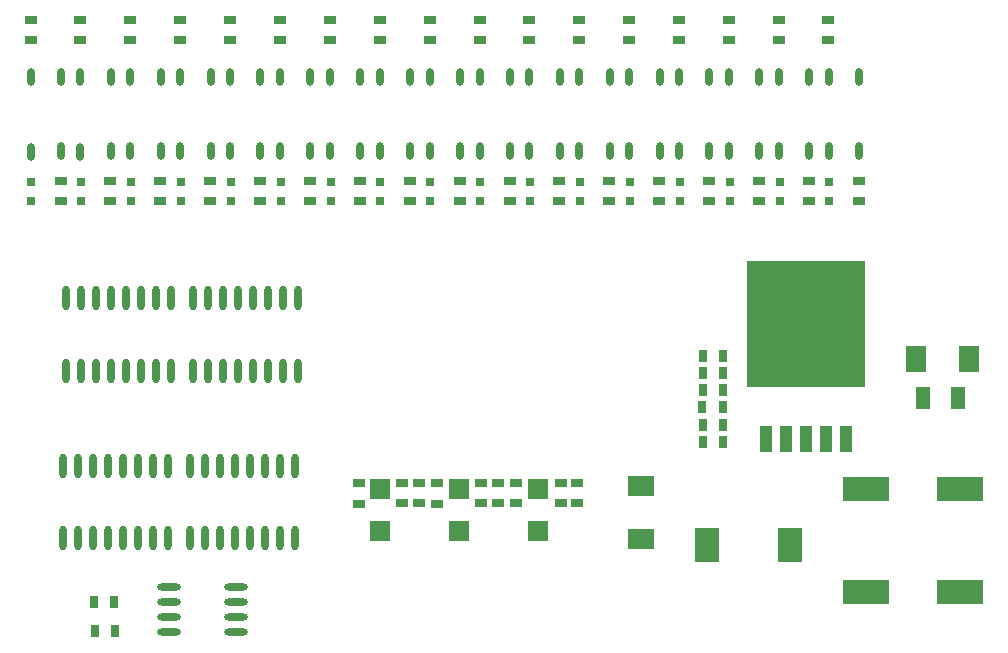
<source format=gtp>
G04*
G04 #@! TF.GenerationSoftware,Altium Limited,Altium Designer,19.0.4 (130)*
G04*
G04 Layer_Color=8421504*
%FSTAX24Y24*%
%MOIN*%
G70*
G01*
G75*
%ADD18O,0.0236X0.0807*%
%ADD19O,0.0787X0.0236*%
%ADD20R,0.0304X0.0433*%
%ADD21R,0.0472X0.0717*%
%ADD22R,0.0700X0.0850*%
%ADD23R,0.1575X0.0787*%
%ADD24R,0.0787X0.1181*%
%ADD25R,0.0850X0.0700*%
%ADD26R,0.0433X0.0304*%
%ADD27R,0.0700X0.0700*%
%ADD28O,0.0236X0.0602*%
%ADD29R,0.0315X0.0315*%
%ADD30R,0.0421X0.0903*%
%ADD31R,0.3937X0.4224*%
D18*
X00602Y016969D02*
D03*
X00652D02*
D03*
X00702D02*
D03*
X00752D02*
D03*
X00802D02*
D03*
X00852D02*
D03*
X00902D02*
D03*
X00952D02*
D03*
X00602Y019391D02*
D03*
X00652D02*
D03*
X00702D02*
D03*
X00752D02*
D03*
X00802D02*
D03*
X00852D02*
D03*
X00902D02*
D03*
X00952D02*
D03*
X00178Y016969D02*
D03*
X00228D02*
D03*
X00278D02*
D03*
X00328D02*
D03*
X00378D02*
D03*
X00428D02*
D03*
X00478D02*
D03*
X00528D02*
D03*
X00178Y019391D02*
D03*
X00228D02*
D03*
X00278D02*
D03*
X00328D02*
D03*
X00378D02*
D03*
X00428D02*
D03*
X00478D02*
D03*
X00528D02*
D03*
X009433Y013801D02*
D03*
X008933D02*
D03*
X008433D02*
D03*
X007933D02*
D03*
X007433D02*
D03*
X006933D02*
D03*
X006433D02*
D03*
X005933D02*
D03*
X009433Y011379D02*
D03*
X008933D02*
D03*
X008433D02*
D03*
X007933D02*
D03*
X007433D02*
D03*
X006933D02*
D03*
X006433D02*
D03*
X005933D02*
D03*
X005193Y013801D02*
D03*
X004693D02*
D03*
X004193D02*
D03*
X003693D02*
D03*
X003193D02*
D03*
X002693D02*
D03*
X002193D02*
D03*
X001693D02*
D03*
X005193Y011379D02*
D03*
X004693D02*
D03*
X004193D02*
D03*
X003693D02*
D03*
X003193D02*
D03*
X002693D02*
D03*
X002193D02*
D03*
X001693D02*
D03*
D19*
X005227Y00975D02*
D03*
Y00925D02*
D03*
Y00875D02*
D03*
Y00825D02*
D03*
X007453Y00975D02*
D03*
Y00925D02*
D03*
Y00875D02*
D03*
Y00825D02*
D03*
D20*
X002736Y00926D02*
D03*
X003406D02*
D03*
X003414Y00829D02*
D03*
X002744D02*
D03*
X02301Y01459D02*
D03*
X02368D02*
D03*
X02301Y015166D02*
D03*
X02368D02*
D03*
X023677Y015742D02*
D03*
X023007D02*
D03*
X02301Y016318D02*
D03*
X02368D02*
D03*
X02301Y016894D02*
D03*
X02368D02*
D03*
X02301Y01747D02*
D03*
X02368D02*
D03*
D21*
X030357Y01605D02*
D03*
X031543D02*
D03*
D22*
X031886Y01737D02*
D03*
X030114D02*
D03*
D23*
X028455Y01301D02*
D03*
X031605D02*
D03*
Y00959D02*
D03*
X028455D02*
D03*
D24*
X023162Y01116D02*
D03*
X025918D02*
D03*
D25*
X02095Y013126D02*
D03*
Y011354D02*
D03*
D26*
X01678Y013228D02*
D03*
Y012558D02*
D03*
X01357Y01256D02*
D03*
Y01323D02*
D03*
X02823Y02263D02*
D03*
Y0233D02*
D03*
X02656Y02263D02*
D03*
Y0233D02*
D03*
X024897Y02263D02*
D03*
Y0233D02*
D03*
X023233Y02263D02*
D03*
Y0233D02*
D03*
X02157Y02263D02*
D03*
Y0233D02*
D03*
X019907Y02263D02*
D03*
Y0233D02*
D03*
X018243Y02263D02*
D03*
Y0233D02*
D03*
X01658Y02263D02*
D03*
Y0233D02*
D03*
X014917Y02263D02*
D03*
Y0233D02*
D03*
X013253Y02263D02*
D03*
Y0233D02*
D03*
X01159Y02263D02*
D03*
Y0233D02*
D03*
X009927Y02263D02*
D03*
Y0233D02*
D03*
X008263Y02263D02*
D03*
Y0233D02*
D03*
X0066Y02263D02*
D03*
Y0233D02*
D03*
X004937Y02263D02*
D03*
Y0233D02*
D03*
X003273Y02263D02*
D03*
Y0233D02*
D03*
X00161Y022626D02*
D03*
Y023296D02*
D03*
X02556Y028646D02*
D03*
Y027976D02*
D03*
X012253Y028646D02*
D03*
Y027976D02*
D03*
X023897Y028646D02*
D03*
Y027976D02*
D03*
X01059Y028646D02*
D03*
Y027976D02*
D03*
X022233Y028646D02*
D03*
Y027976D02*
D03*
X008927Y028646D02*
D03*
Y027976D02*
D03*
X02057Y028646D02*
D03*
Y027976D02*
D03*
X007263Y028646D02*
D03*
Y027976D02*
D03*
X018907Y028646D02*
D03*
Y027976D02*
D03*
X0056Y028646D02*
D03*
Y027976D02*
D03*
X017243Y028646D02*
D03*
Y027976D02*
D03*
X003937Y028646D02*
D03*
Y027976D02*
D03*
X01558Y028646D02*
D03*
Y027976D02*
D03*
X002273Y028646D02*
D03*
Y027976D02*
D03*
X013917Y028646D02*
D03*
Y027976D02*
D03*
X00061Y028646D02*
D03*
Y027976D02*
D03*
X01155Y012538D02*
D03*
Y013208D02*
D03*
X013Y01256D02*
D03*
Y01323D02*
D03*
X01417Y012538D02*
D03*
Y013208D02*
D03*
X01564Y01256D02*
D03*
Y01323D02*
D03*
X0272Y028646D02*
D03*
Y027976D02*
D03*
X01828Y01256D02*
D03*
Y01323D02*
D03*
X01619D02*
D03*
Y01256D02*
D03*
X01883Y01323D02*
D03*
Y01256D02*
D03*
D27*
X0149Y011632D02*
D03*
Y013032D02*
D03*
X01226Y011632D02*
D03*
Y013032D02*
D03*
X01751D02*
D03*
Y011632D02*
D03*
D28*
X00162Y024273D02*
D03*
X00061Y024263D02*
D03*
Y026743D02*
D03*
X00162Y026753D02*
D03*
X003283Y024273D02*
D03*
X002273Y024263D02*
D03*
Y026743D02*
D03*
X003283Y026753D02*
D03*
X004947Y024283D02*
D03*
X003937Y024273D02*
D03*
Y026753D02*
D03*
X004947Y026763D02*
D03*
X00661Y024283D02*
D03*
X0056Y024273D02*
D03*
Y026753D02*
D03*
X00661Y026763D02*
D03*
X008273Y024283D02*
D03*
X007263Y024273D02*
D03*
Y026753D02*
D03*
X008273Y026763D02*
D03*
X009937Y024283D02*
D03*
X008927Y024273D02*
D03*
Y026753D02*
D03*
X009937Y026763D02*
D03*
X0116Y024283D02*
D03*
X01059Y024273D02*
D03*
Y026753D02*
D03*
X0116Y026763D02*
D03*
X013263Y024283D02*
D03*
X012253Y024273D02*
D03*
Y026753D02*
D03*
X013263Y026763D02*
D03*
X014927Y024283D02*
D03*
X013917Y024273D02*
D03*
Y026753D02*
D03*
X014927Y026763D02*
D03*
X01659Y024283D02*
D03*
X01558Y024273D02*
D03*
Y026753D02*
D03*
X01659Y026763D02*
D03*
X018253Y024283D02*
D03*
X017243Y024273D02*
D03*
Y026753D02*
D03*
X018253Y026763D02*
D03*
X019917Y024283D02*
D03*
X018907Y024273D02*
D03*
Y026753D02*
D03*
X019917Y026763D02*
D03*
X02158Y024283D02*
D03*
X02057Y024273D02*
D03*
Y026753D02*
D03*
X02158Y026763D02*
D03*
X023243Y024283D02*
D03*
X022233Y024273D02*
D03*
Y026753D02*
D03*
X023243Y026763D02*
D03*
X024907Y024283D02*
D03*
X023897Y024273D02*
D03*
Y026753D02*
D03*
X024907Y026763D02*
D03*
X02657Y024283D02*
D03*
X02556Y024273D02*
D03*
Y026753D02*
D03*
X02657Y026763D02*
D03*
X02822Y024283D02*
D03*
X02721Y024273D02*
D03*
Y026753D02*
D03*
X02822Y026763D02*
D03*
D29*
X02721Y022635D02*
D03*
Y023265D02*
D03*
X02558Y022635D02*
D03*
Y023265D02*
D03*
X023917Y022635D02*
D03*
Y023265D02*
D03*
X022253Y022635D02*
D03*
Y023265D02*
D03*
X02059Y022635D02*
D03*
Y023265D02*
D03*
X018927Y022635D02*
D03*
Y023265D02*
D03*
X017263Y022635D02*
D03*
Y023265D02*
D03*
X0156Y022635D02*
D03*
Y023265D02*
D03*
X013937Y022635D02*
D03*
Y023265D02*
D03*
X01061Y022635D02*
D03*
Y023265D02*
D03*
X008947Y022635D02*
D03*
Y023265D02*
D03*
X007283Y022635D02*
D03*
Y023265D02*
D03*
X00562Y022635D02*
D03*
Y023265D02*
D03*
X003957Y022635D02*
D03*
Y023265D02*
D03*
X002293Y022635D02*
D03*
Y023265D02*
D03*
X00063Y022635D02*
D03*
Y023265D02*
D03*
X012273D02*
D03*
Y022635D02*
D03*
D30*
X025121Y01468D02*
D03*
X025791D02*
D03*
X02646D02*
D03*
X027129D02*
D03*
X027799D02*
D03*
D31*
X02646Y01853D02*
D03*
M02*

</source>
